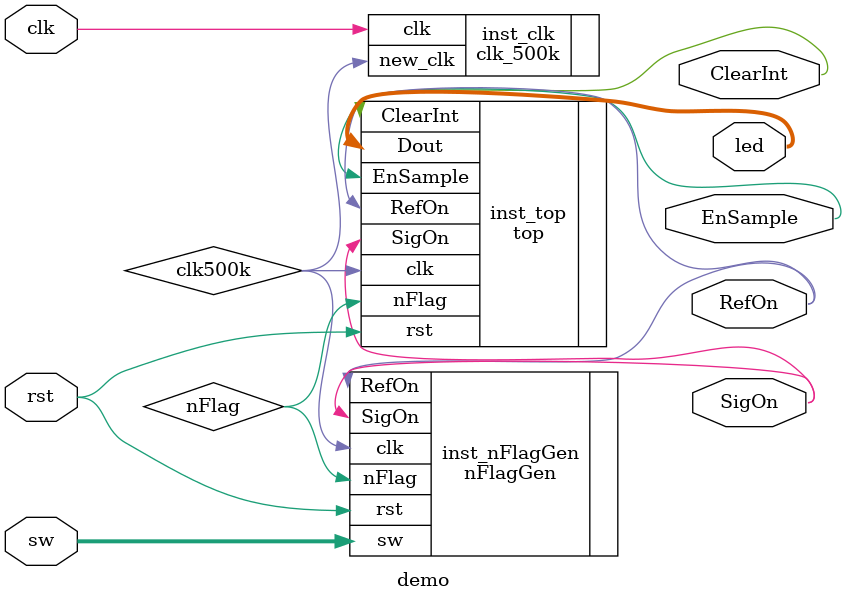
<source format=v>
module demo(
    input clk,
    (* mark_debug = "true" *)input rst,
    // input rst,
    // simulated analog voltage input in 8 bits binary
    (* mark_debug = "true" *)input [7:0] sw,
    // input [7:0] sw,
    (* mark_debug = "true" *)output EnSample, ClearInt,
    // output EnSample, ClearInt,
    (* mark_debug = "true" *)output SigOn, RefOn,
    // output SigOn, RefOn,
    // quantized digital voltage output in 8 bits binary
    (* mark_debug = "true" *)output [7:0] led
    // output [7:0] led
    );

    (* mark_debug = "true" *)wire clk500k;
    // wire clk500k;
    clk_500k inst_clk( .clk(clk), .new_clk(clk500k) );

    (* mark_debug = "true" *)wire nFlag;
    // wire nFlag;

    nFlagGen inst_nFlagGen(
        .clk(clk500k), .rst(rst),
        .SigOn(SigOn), .RefOn(RefOn),
        .sw(sw),
        .nFlag(nFlag)
    );

    top inst_top(
        .clk(clk500k), .rst(rst),
        .nFlag(nFlag),
        .EnSample(EnSample), .ClearInt(ClearInt),
        .SigOn(SigOn), .RefOn(RefOn),
        .Dout(led)
    );

endmodule

</source>
